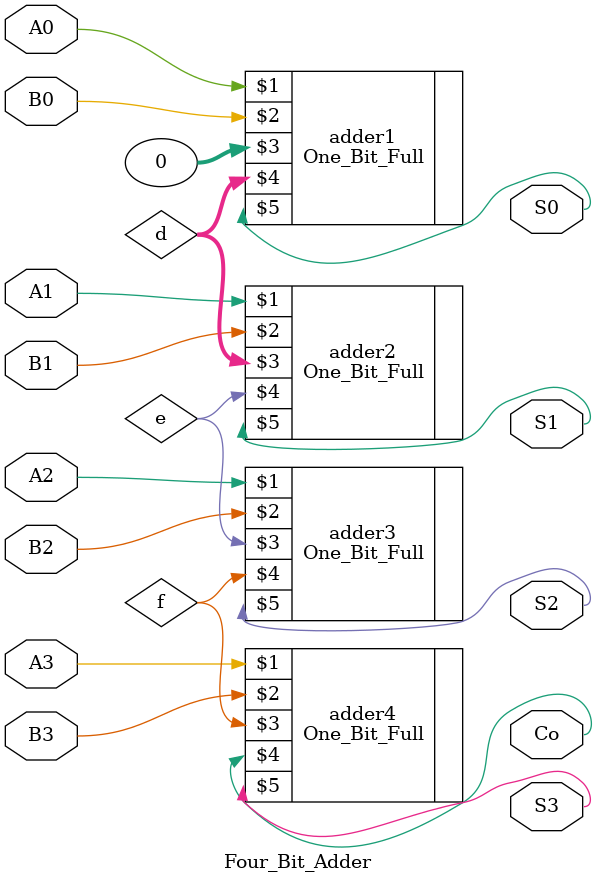
<source format=v>
`timescale 1ns / 1ps


module Four_Bit_Adder(A0,A1,A2,A3,B0,B1,B2,B3,S0,S1,S2,S3,Co);

input A0,A1,A2,A3,B0,B1,B2,B3;
output Co; 
output S0,S1,S2,S3;
wire [2:0]d; 

//First 1 Bit Adder
One_Bit_Full adder1 (A0, B0, 0, d, S0);

//Second 1 Bit Adder 
One_Bit_Full adder2 (A1, B1, d, e, S1);
//Third 1 Bit Adder 
One_Bit_Full adder3 (A2, B2, e, f, S2);
// Fourth 1 Bit Adder
One_Bit_Full adder4 (A3, B3, f, Co, S3);

endmodule

</source>
